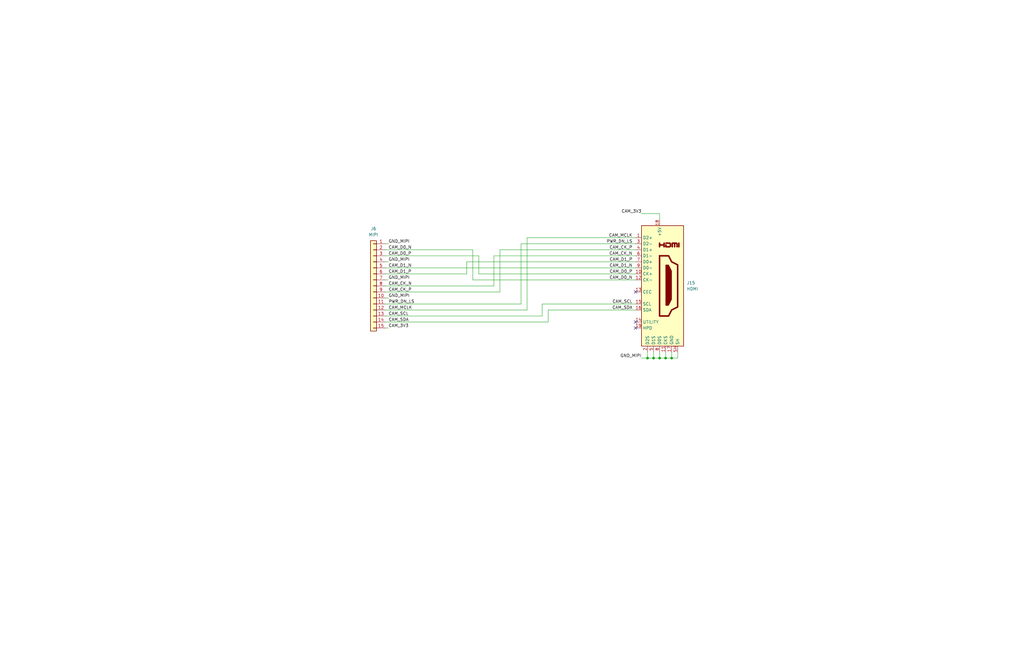
<source format=kicad_sch>
(kicad_sch (version 20230121) (generator eeschema)
  (paper "B")
  (title_block (title "NX J401 Adapter") (date "2023-06-04") (rev "1") (company "971 Spartan Robotics"))
  (lib_symbols
    (symbol "Connector:HDMI_A"
      (property "Reference" "J" (at -6.35 26.67 0))
      (property "Value" "HDMI_A" (at 10.16 26.67 0))
      (symbol "HDMI_A_0_0"
        (polyline (pts (xy 8.128 16.51) (xy 8.128 18.034)) (stroke (width 0.635)))
        (polyline (pts (xy 0 16.51) (xy 0 18.034) (xy 0 17.272) (xy 1.905 17.272) (xy 1.905 18.034) (xy 1.905 16.51)) (stroke (width 0.635)))
        (polyline (pts (xy 2.667 18.034) (xy 4.318 18.034) (xy 4.572 17.78) (xy 4.572 16.764) (xy 4.318 16.51) (xy 2.667 16.51) (xy 2.667 17.272)) (stroke (width 0.635)))
      )
      (symbol "HDMI_A_0_1"
        (rectangle (start -7.62 25.4) (end 10.16 -25.4) (stroke (width 0.254)) (fill (type background)))
        (polyline (pts (xy 2.54 8.89) (xy 3.81 8.89) (xy 5.08 6.35) (xy 5.08 -5.715) (xy 3.81 -8.255) (xy 2.54 -8.255) (xy 2.54 8.89)) (fill (type outline)))
        (polyline (pts (xy 5.334 16.51) (xy 5.334 18.034) (xy 6.35 18.034) (xy 6.35 16.51) (xy 6.35 18.034) (xy 7.112 18.034) (xy 7.366 17.78) (xy 7.366 16.51)) (stroke (width 0.635)))
        (polyline (pts (xy 0 12.7) (xy 0 -12.7) (xy 3.81 -12.7) (xy 5.08 -10.16) (xy 7.62 -8.89) (xy 7.62 8.89) (xy 5.08 10.16) (xy 3.81 12.7) (xy 0 12.7)) (stroke (width 0.635)))
      )
      (symbol "HDMI_A_1_1"
        (pin passive line (at -10.16 20.32 0) (length 2.54) (name "D2+") (number "1"))
        (pin passive line (at -10.16 5.08 0) (length 2.54) (name "CK+") (number "10"))
        (pin power_in line (at 2.54 -27.94 90) (length 2.54) (name "CKS") (number "11"))
        (pin passive line (at -10.16 2.54 0) (length 2.54) (name "CK-") (number "12"))
        (pin bidirectional line (at -10.16 -2.54 0) (length 2.54) (name "CEC") (number "13"))
        (pin passive line (at -10.16 -15.24 0) (length 2.54) (name "UTILITY") (number "14"))
        (pin passive line (at -10.16 -7.62 0) (length 2.54) (name "SCL") (number "15"))
        (pin bidirectional line (at -10.16 -10.16 0) (length 2.54) (name "SDA") (number "16"))
        (pin power_in line (at 5.08 -27.94 90) (length 2.54) (name "GND") (number "17"))
        (pin power_in line (at 0 27.94 270) (length 2.54) (name "+5V") (number "18"))
        (pin passive line (at -10.16 -17.78 0) (length 2.54) (name "HPD") (number "19"))
        (pin power_in line (at -5.08 -27.94 90) (length 2.54) (name "D2S") (number "2"))
        (pin passive line (at -10.16 17.78 0) (length 2.54) (name "D2-") (number "3"))
        (pin passive line (at -10.16 15.24 0) (length 2.54) (name "D1+") (number "4"))
        (pin power_in line (at -2.54 -27.94 90) (length 2.54) (name "D1S") (number "5"))
        (pin passive line (at -10.16 12.7 0) (length 2.54) (name "D1-") (number "6"))
        (pin passive line (at -10.16 10.16 0) (length 2.54) (name "D0+") (number "7"))
        (pin power_in line (at 0 -27.94 90) (length 2.54) (name "D0S") (number "8"))
        (pin passive line (at -10.16 7.62 0) (length 2.54) (name "D0-") (number "9"))
        (pin passive line (at 7.62 -27.94 90) (length 2.54) (name "SH") (number "SH"))
      )
    )
    (symbol "Connector_Generic:Conn_01x15" (pin_names (offset 1.016) hide)
      (property "Reference" "J" (at 0 20.32 0))
      (property "Value" "Conn_01x15" (at 0 -20.32 0))
      (symbol "Conn_01x15_1_1"
        (rectangle (start -1.27 -17.653) (end 0 -17.907) (stroke (width 0.1524)))
        (rectangle (start -1.27 -15.113) (end 0 -15.367) (stroke (width 0.1524)))
        (rectangle (start -1.27 -12.573) (end 0 -12.827) (stroke (width 0.1524)))
        (rectangle (start -1.27 -10.033) (end 0 -10.287) (stroke (width 0.1524)))
        (rectangle (start -1.27 -7.493) (end 0 -7.747) (stroke (width 0.1524)))
        (rectangle (start -1.27 -4.953) (end 0 -5.207) (stroke (width 0.1524)))
        (rectangle (start -1.27 -2.413) (end 0 -2.667) (stroke (width 0.1524)))
        (rectangle (start -1.27 0.127) (end 0 -0.127) (stroke (width 0.1524)))
        (rectangle (start -1.27 2.667) (end 0 2.413) (stroke (width 0.1524)))
        (rectangle (start -1.27 5.207) (end 0 4.953) (stroke (width 0.1524)))
        (rectangle (start -1.27 7.747) (end 0 7.493) (stroke (width 0.1524)))
        (rectangle (start -1.27 10.287) (end 0 10.033) (stroke (width 0.1524)))
        (rectangle (start -1.27 12.827) (end 0 12.573) (stroke (width 0.1524)))
        (rectangle (start -1.27 15.367) (end 0 15.113) (stroke (width 0.1524)))
        (rectangle (start -1.27 17.907) (end 0 17.653) (stroke (width 0.1524)))
        (rectangle (start -1.27 19.05) (end 1.27 -19.05) (stroke (width 0.254)) (fill (type background)))
        (pin passive line (at -5.08 17.78 0) (length 3.81) (name "Pin_1") (number "1"))
        (pin passive line (at -5.08 -5.08 0) (length 3.81) (name "Pin_10") (number "10"))
        (pin passive line (at -5.08 -7.62 0) (length 3.81) (name "Pin_11") (number "11"))
        (pin passive line (at -5.08 -10.16 0) (length 3.81) (name "Pin_12") (number "12"))
        (pin passive line (at -5.08 -12.7 0) (length 3.81) (name "Pin_13") (number "13"))
        (pin passive line (at -5.08 -15.24 0) (length 3.81) (name "Pin_14") (number "14"))
        (pin passive line (at -5.08 -17.78 0) (length 3.81) (name "Pin_15") (number "15"))
        (pin passive line (at -5.08 15.24 0) (length 3.81) (name "Pin_2") (number "2"))
        (pin passive line (at -5.08 12.7 0) (length 3.81) (name "Pin_3") (number "3"))
        (pin passive line (at -5.08 10.16 0) (length 3.81) (name "Pin_4") (number "4"))
        (pin passive line (at -5.08 7.62 0) (length 3.81) (name "Pin_5") (number "5"))
        (pin passive line (at -5.08 5.08 0) (length 3.81) (name "Pin_6") (number "6"))
        (pin passive line (at -5.08 2.54 0) (length 3.81) (name "Pin_7") (number "7"))
        (pin passive line (at -5.08 0 0) (length 3.81) (name "Pin_8") (number "8"))
        (pin passive line (at -5.08 -2.54 0) (length 3.81) (name "Pin_9") (number "9"))
      )
    )
  )
  (junction (at 275.59 151.13))
  (junction (at 280.67 151.13))
  (junction (at 273.05 151.13))
  (junction (at 283.21 151.13))
  (junction (at 278.13 151.13))
  (no_connect (at 267.97 135.89))
  (no_connect (at 267.97 138.43))
  (no_connect (at 267.97 123.19))
  (wire (pts (xy 208.28 120.65) (xy 208.28 107.95)))
  (wire (pts (xy 162.56 135.89) (xy 231.14 135.89)))
  (wire (pts (xy 162.56 118.11) (xy 163.83 118.11)))
  (wire (pts (xy 228.6 128.27) (xy 267.97 128.27)))
  (wire (pts (xy 162.56 128.27) (xy 219.71 128.27)))
  (wire (pts (xy 210.82 105.41) (xy 267.97 105.41)))
  (wire (pts (xy 162.56 130.81) (xy 222.25 130.81)))
  (wire (pts (xy 162.56 120.65) (xy 208.28 120.65)))
  (wire (pts (xy 273.05 148.59) (xy 273.05 151.13)))
  (wire (pts (xy 162.56 102.87) (xy 163.83 102.87)))
  (wire (pts (xy 201.93 107.95) (xy 201.93 115.57)))
  (wire (pts (xy 162.56 138.43) (xy 163.83 138.43)))
  (wire (pts (xy 278.13 90.17) (xy 270.51 90.17)))
  (wire (pts (xy 162.56 113.03) (xy 267.97 113.03)))
  (wire (pts (xy 199.39 105.41) (xy 199.39 118.11)))
  (wire (pts (xy 222.25 100.33) (xy 267.97 100.33)))
  (wire (pts (xy 162.56 115.57) (xy 196.85 115.57)))
  (wire (pts (xy 231.14 130.81) (xy 267.97 130.81)))
  (wire (pts (xy 196.85 110.49) (xy 267.97 110.49)))
  (wire (pts (xy 270.51 151.13) (xy 273.05 151.13)))
  (wire (pts (xy 162.56 110.49) (xy 163.83 110.49)))
  (wire (pts (xy 278.13 148.59) (xy 278.13 151.13)))
  (wire (pts (xy 280.67 148.59) (xy 280.67 151.13)))
  (wire (pts (xy 208.28 107.95) (xy 267.97 107.95)))
  (wire (pts (xy 196.85 115.57) (xy 196.85 110.49)))
  (wire (pts (xy 280.67 151.13) (xy 278.13 151.13)))
  (wire (pts (xy 199.39 118.11) (xy 267.97 118.11)))
  (wire (pts (xy 231.14 130.81) (xy 231.14 135.89)))
  (wire (pts (xy 275.59 151.13) (xy 273.05 151.13)))
  (wire (pts (xy 210.82 123.19) (xy 210.82 105.41)))
  (wire (pts (xy 219.71 102.87) (xy 267.97 102.87)))
  (wire (pts (xy 278.13 92.71) (xy 278.13 90.17)))
  (wire (pts (xy 201.93 115.57) (xy 267.97 115.57)))
  (wire (pts (xy 162.56 133.35) (xy 228.6 133.35)))
  (wire (pts (xy 275.59 148.59) (xy 275.59 151.13)))
  (wire (pts (xy 283.21 151.13) (xy 280.67 151.13)))
  (wire (pts (xy 222.25 100.33) (xy 222.25 130.81)))
  (wire (pts (xy 162.56 125.73) (xy 163.83 125.73)))
  (wire (pts (xy 162.56 107.95) (xy 201.93 107.95)))
  (wire (pts (xy 278.13 151.13) (xy 275.59 151.13)))
  (wire (pts (xy 162.56 123.19) (xy 210.82 123.19)))
  (wire (pts (xy 162.56 105.41) (xy 199.39 105.41)))
  (wire (pts (xy 228.6 128.27) (xy 228.6 133.35)))
  (wire (pts (xy 219.71 128.27) (xy 219.71 102.87)))
  (wire (pts (xy 285.75 148.59) (xy 285.75 151.13)))
  (wire (pts (xy 283.21 148.59) (xy 283.21 151.13)))
  (wire (pts (xy 285.75 151.13) (xy 283.21 151.13)))
  (text "${SHEETNAME}" (at 204.47 81.28 0) (effects (font (size 1.27 1.27) bold) (justify left bottom)))
  (label "CAM_SDA" (at 163.83 135.89 0))
  (label "GND_MIPI" (at 163.83 125.73 0))
  (label "CAM_D1_N" (at 266.7 113.03 180))
  (label "CAM_CK_N" (at 163.83 120.65 0))
  (label "GND_MIPI" (at 270.51 151.13 180))
  (label "CAM_3V3" (at 270.51 90.17 180))
  (label "CAM_CK_P" (at 266.7 105.41 180))
  (label "CAM_CK_N" (at 266.7 107.95 180))
  (label "CAM_D0_P" (at 266.7 115.57 180))
  (label "CAM_D1_N" (at 163.83 113.03 0))
  (label "CAM_D1_P" (at 163.83 115.57 0))
  (label "CAM_D0_P" (at 163.83 107.95 0))
  (label "CAM_D0_N" (at 266.7 118.11 180))
  (label "CAM_CK_P" (at 163.83 123.19 0))
  (label "GND_MIPI" (at 163.83 102.87 0))
  (label "GND_MIPI" (at 163.83 118.11 0))
  (label "CAM_D0_N" (at 163.83 105.41 0))
  (label "CAM_D1_P" (at 266.7 110.49 180))
  (label "CAM_MCLK" (at 163.83 130.81 0))
  (label "CAM_SCL" (at 266.7 128.27 180))
  (label "PWR_DN_LS" (at 163.83 128.27 0))
  (label "CAM_SCL" (at 163.83 133.35 0))
  (label "GND_MIPI" (at 163.83 110.49 0))
  (label "CAM_SDA" (at 266.7 130.81 180))
  (label "CAM_MCLK" (at 266.7 100.33 180))
  (label "PWR_DN_LS" (at 266.7 102.87 180))
  (label "CAM_3V3" (at 163.83 138.43 0))
  (symbol (lib_id "Connector_Generic:Conn_01x15") (at 157.48 120.65 0) (mirror y) (unit 1)
    (property "Reference" "J6" (at 157.48 96.52 0))
    (property "Value" "MIPI" (at 157.48 99.06 0))
    (property "Footprint" "NX-J401-Adapter:TE_1-1734248-5" (effects hide))
    (property "Datasheet" "Components/TE-FPC-1734248_E1__.pdf" (effects hide))
    (property "MFG" "TE Connectivity" (effects hide))
    (property "MFG P/N" "1-1734248-5" (effects hide))
    (property "DIST" "Digikey" (effects hide))
    (property "DIST P/N" "A101418CT-ND" (effects hide))
    (instances (project "NX-J401-Adapter" (path "" (reference "J6") (unit 1)) (path "" (reference "J5") (unit 1))))
  )
  (symbol (lib_id "Connector:HDMI_A") (at 278.13 120.65 0) (unit 1)
    (property "Reference" "J15" (at 289.56 119.38 0) (effects (justify left)))
    (property "Value" "HDMI" (at 289.56 121.92 0) (effects (justify left)))
    (property "Footprint" "Connector_HDMI:HDMI_A_Molex_208658-1001_Horizontal" (effects hide))
    (property "Datasheet" "Components/Molex-HDMI-A-2086581051_sd.pdf" (effects hide))
    (property "MFG" "Molex" (effects hide))
    (property "MFG P/N" "2086581051" (effects hide))
    (property "DIST" "Digikey" (effects hide))
    (property "DIST P/N" "900-2086581051CT-ND" (effects hide))
    (instances (project "NX-J401-Adapter" (path "" (reference "J15") (unit 1)) (path "" (reference "J14") (unit 1))))
  )
)
</source>
